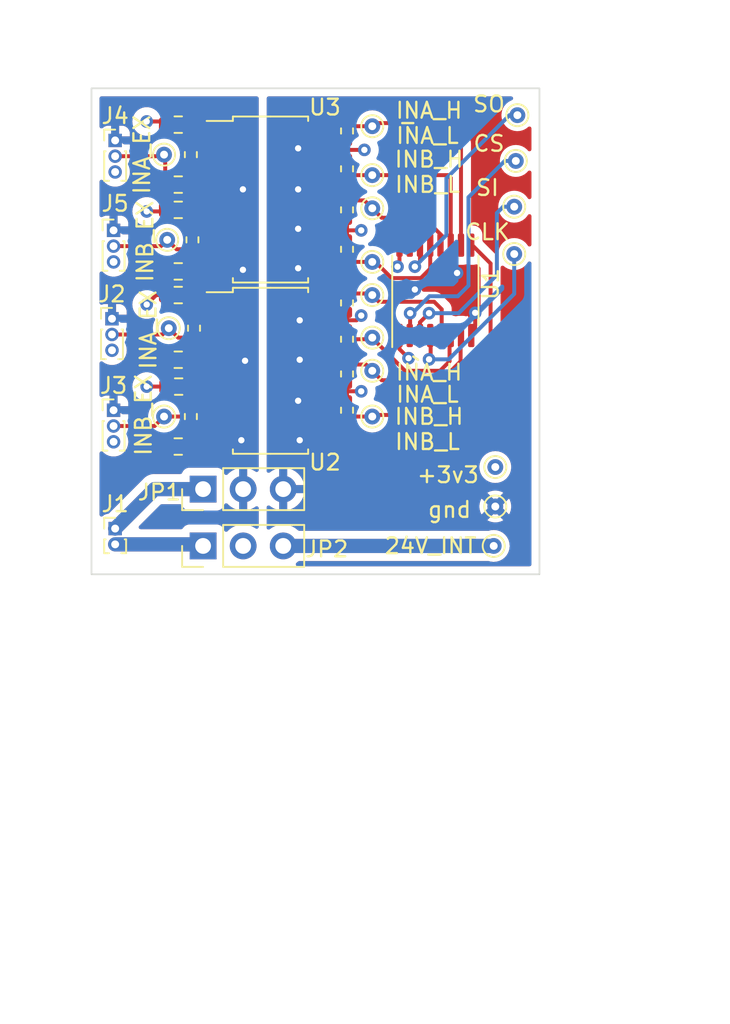
<source format=kicad_pcb>
(kicad_pcb (version 20211014) (generator pcbnew)
  (layers (0 "F.Cu" signal) (1 "In1.Cu" power) (2 "In2.Cu" power) (31 "B.Cu" signal) (34 "B.Paste" user) (35 "F.Paste" user) (36 "B.SilkS" user "B.Silkscreen") (37 "F.SilkS" user "F.Silkscreen") (38 "B.Mask" user) (39 "F.Mask" user) (44 "Edge.Cuts" user))
  (net 0 "")
  (net 1 "GND")
  (net 2 "/isolated_multi_input/input/gnd_ext")
  (net 3 "/isolated_multi_input/input/vdd_ext")
  (net 4 "Net-(R12-Pad2)")
  (net 5 "Net-(R13-Pad2)")
  (net 6 "+3V3")
  (net 7 "/isolated_multi_input/input/INA_HIGH")
  (net 8 "/isolated_multi_input/input/INA_LOW")
  (net 9 "Net-(R17-Pad2)")
  (net 10 "Net-(R18-Pad2)")
  (net 11 "/isolated_multi_input/input/INB_HIGH")
  (net 12 "/isolated_multi_input/input/INB_LOW")
  (net 13 "Net-(R23-Pad2)")
  (net 14 "Net-(R24-Pad2)")
  (net 15 "Net-(R25-Pad2)")
  (net 16 "Net-(R26-Pad2)")
  (net 17 "/isolated_multi_input/input1/INA_HIGH")
  (net 18 "/isolated_multi_input/input1/INA_LOW")
  (net 19 "/isolated_multi_input/input1/INB_HIGH")
  (net 20 "/isolated_multi_input/input1/INB_LOW")
  (net 22 "Net-(JP1-Pad1)")
  (net 23 "Net-(JP2-Pad1)")
  (net 24 "/isolated_multi_input/input/INA")
  (net 25 "/isolated_multi_input/input/INB")
  (net 26 "/isolated_multi_input/input1/INA")
  (net 27 "/isolated_multi_input/input1/INB")
  (net 28 "Net-(JP2-Pad3)")
  (net 29 "Net-(U1-Pad2)")
  (net 30 "Net-(U1-Pad3)")
  (net 31 "Net-(U1-Pad4)")
  (net 32 "Net-(U1-Pad14)")
  (footprint "Connector_PinHeader_1.00mm:PinHeader_1x03_P1.00mm_Vertical" (layer "F.Cu") (at 163.9 70.6)
    (fp_text reference "J4" (at 0 -1.56) (layer "F.SilkS"))
    (fp_text value "Conn_01x03" hide)
    (pad "1" thru_hole rect locked (at 0 0) (size 0.85 0.85) (drill 0.5) (layers *.Cu *.Mask) (net 2 "/isolated_multi_input/input/gnd_ext"))
    (pad "2" thru_hole oval locked (at 0 1) (size 0.85 0.85) (drill 0.5) (layers *.Cu *.Mask) (net 26 "/isolated_multi_input/input1/INA"))
    (pad "3" thru_hole oval locked (at 0 2) (size 0.85 0.85) (drill 0.5) (layers *.Cu *.Mask) (net 3 "/isolated_multi_input/input/vdd_ext"))
  )
  (footprint "Connector_PinHeader_2.54mm:PinHeader_1x03_P2.54mm_Vertical" (layer "F.Cu") (at 169.475 96.3 90)
    (fp_text reference "JP2" (at -0.2 7.84 180) (layer "F.SilkS"))
    (fp_text value "Jumper_3_Open" hide)
    (pad "1" thru_hole rect locked (at 0 0 90) (size 1.7 1.7) (drill 1) (layers *.Cu *.Mask) (net 23 "Net-(JP2-Pad1)"))
    (pad "2" thru_hole oval locked (at 0 2.54 90) (size 1.7 1.7) (drill 1) (layers *.Cu *.Mask) (net 3 "/isolated_multi_input/input/vdd_ext"))
    (pad "3" thru_hole oval locked (at 0 5.08 90) (size 1.7 1.7) (drill 1) (layers *.Cu *.Mask) (net 28 "Net-(JP2-Pad3)"))
  )
  (footprint "Resistor_SMD:R_0603_1608Metric" (layer "F.Cu") (at 167.9 69.6)
    (fp_text reference "R23" hide)
    (fp_text value "800" hide)
    (pad "1" smd roundrect locked (at -0.825 0) (size 0.8 0.95) (layers "F.Cu" "F.Paste" "F.Mask") (net 3 "/isolated_multi_input/input/vdd_ext"))
    (pad "2" smd roundrect locked (at 0.825 0) (size 0.8 0.95) (layers "F.Cu" "F.Paste" "F.Mask") (net 13 "Net-(R23-Pad2)"))
  )
  (footprint "Resistor_SMD:R_0402_1005Metric_Pad0.72x0.64mm_HandSolder" (layer "F.Cu") (at 178.6 75 90)
    (fp_text reference "R29" hide)
    (fp_text value "47k" hide)
    (pad "1" smd roundrect locked (at -0.5975 0 90) (size 0.715 0.64) (layers "F.Cu" "F.Paste" "F.Mask") (net 6 "+3V3"))
    (pad "2" smd roundrect locked (at 0.5975 0 90) (size 0.715 0.64) (layers "F.Cu" "F.Paste" "F.Mask") (net 19 "/isolated_multi_input/input1/INB_HIGH"))
  )
  (footprint "TestPoint:TestPoint_THTPad_D1.0mm_Drill0.5mm" (layer "F.Cu") (at 188 91.3)
    (fp_text reference "TP18" hide)
    (fp_text value "+3v3" (at -3 0.5) (layer "F.SilkS"))
    (pad "1" thru_hole circle locked (at 0 0) (size 1 1) (drill 0.5) (layers *.Cu *.Mask) (net 6 "+3V3"))
  )
  (footprint "Resistor_SMD:R_0402_1005Metric_Pad0.72x0.64mm_HandSolder" (layer "F.Cu") (at 168.7 88.1 -90)
    (fp_text reference "R16" hide)
    (fp_text value "47k" hide)
    (pad "1" smd roundrect locked (at -0.5975 0 270) (size 0.715 0.64) (layers "F.Cu" "F.Paste" "F.Mask") (net 3 "/isolated_multi_input/input/vdd_ext"))
    (pad "2" smd roundrect locked (at 0.5975 0 270) (size 0.715 0.64) (layers "F.Cu" "F.Paste" "F.Mask") (net 25 "/isolated_multi_input/input/INB"))
  )
  (footprint "TestPoint:TestPoint_THTPad_D1.0mm_Drill0.5mm" (layer "F.Cu") (at 180.2 80.4)
    (fp_text reference "TP2" hide)
    (fp_text value "INA_H" (at 3.6 4.9) (layer "F.SilkS"))
    (pad "1" thru_hole circle locked (at 0 0) (size 1 1) (drill 0.5) (layers *.Cu *.Mask) (net 7 "/isolated_multi_input/input/INA_HIGH"))
  )
  (footprint "TestPoint:TestPoint_THTPad_D1.0mm_Drill0.5mm" (layer "F.Cu") (at 180.2 88.1)
    (fp_text reference "TP6" hide)
    (fp_text value "INB_L" (at 3.5 1.6) (layer "F.SilkS"))
    (pad "1" thru_hole circle locked (at 0 0) (size 1 1) (drill 0.5) (layers *.Cu *.Mask) (net 12 "/isolated_multi_input/input/INB_LOW"))
  )
  (footprint "Package_SO:SOIC-16_4.55x10.3mm_P1.27mm" (layer "F.Cu") (at 173.75 74.345)
    (fp_text reference "U3" (at 3.45 -5.845) (layer "F.SilkS"))
    (fp_text value "TLP291-4" hide)
    (pad "1" smd roundrect locked (at -3.25 -4.445) (size 1.6 0.55) (layers "F.Cu" "F.Paste" "F.Mask") (net 13 "Net-(R23-Pad2)"))
    (pad "2" smd roundrect locked (at -3.25 -3.175) (size 1.6 0.55) (layers "F.Cu" "F.Paste" "F.Mask") (net 26 "/isolated_multi_input/input1/INA"))
    (pad "3" smd roundrect locked (at -3.25 -1.905) (size 1.6 0.55) (layers "F.Cu" "F.Paste" "F.Mask") (net 14 "Net-(R24-Pad2)"))
    (pad "4" smd roundrect locked (at -3.25 -0.635) (size 1.6 0.55) (layers "F.Cu" "F.Paste" "F.Mask") (net 2 "/isolated_multi_input/input/gnd_ext"))
    (pad "5" smd roundrect locked (at -3.25 0.635) (size 1.6 0.55) (layers "F.Cu" "F.Paste" "F.Mask") (net 15 "Net-(R25-Pad2)"))
    (pad "6" smd roundrect locked (at -3.25 1.905) (size 1.6 0.55) (layers "F.Cu" "F.Paste" "F.Mask") (net 27 "/isolated_multi_input/input1/INB"))
    (pad "7" smd roundrect locked (at -3.25 3.175) (size 1.6 0.55) (layers "F.Cu" "F.Paste" "F.Mask") (net 16 "Net-(R26-Pad2)"))
    (pad "8" smd roundrect locked (at -3.25 4.445) (size 1.6 0.55) (layers "F.Cu" "F.Paste" "F.Mask") (net 2 "/isolated_multi_input/input/gnd_ext"))
    (pad "9" smd roundrect locked (at 3.25 4.445) (size 1.6 0.55) (layers "F.Cu" "F.Paste" "F.Mask") (net 1 "GND"))
    (pad "10" smd roundrect locked (at 3.25 3.175) (size 1.6 0.55) (layers "F.Cu" "F.Paste" "F.Mask") (net 20 "/isolated_multi_input/input1/INB_LOW"))
    (pad "11" smd roundrect locked (at 3.25 1.905) (size 1.6 0.55) (layers "F.Cu" "F.Paste" "F.Mask") (net 1 "GND"))
    (pad "12" smd roundrect locked (at 3.25 0.635) (size 1.6 0.55) (layers "F.Cu" "F.Paste" "F.Mask") (net 19 "/isolated_multi_input/input1/INB_HIGH"))
    (pad "13" smd roundrect locked (at 3.25 -0.635) (size 1.6 0.55) (layers "F.Cu" "F.Paste" "F.Mask") (net 1 "GND"))
    (pad "14" smd roundrect locked (at 3.25 -1.905) (size 1.6 0.55) (layers "F.Cu" "F.Paste" "F.Mask") (net 18 "/isolated_multi_input/input1/INA_LOW"))
    (pad "15" smd roundrect locked (at 3.25 -3.175) (size 1.6 0.55) (layers "F.Cu" "F.Paste" "F.Mask") (net 1 "GND"))
    (pad "16" smd roundrect locked (at 3.25 -4.445) (size 1.6 0.55) (layers "F.Cu" "F.Paste" "F.Mask") (net 17 "/isolated_multi_input/input1/INA_HIGH"))
  )
  (footprint "TestPoint:TestPoint_THTPad_D1.0mm_Drill0.5mm" (layer "F.Cu") (at 187.9 96.3)
    (fp_text reference "TP13" hide)
    (fp_text value "24V_INT" (at -4 0) (layer "F.SilkS"))
    (pad "1" thru_hole circle locked (at 0 0) (size 1 1) (drill 0.5) (layers *.Cu *.Mask) (net 28 "Net-(JP2-Pad3)"))
  )
  (footprint "TestPoint:TestPoint_THTPad_D1.0mm_Drill0.5mm" (layer "F.Cu") (at 189.2 77.8)
    (fp_text reference "TP16" hide)
    (fp_text value "CLK" (at -1.7 -1.4) (layer "F.SilkS"))
    (pad "1" thru_hole circle locked (at 0 0) (size 1 1) (drill 0.5) (layers *.Cu *.Mask) (net 31 "Net-(U1-Pad4)"))
  )
  (footprint "TestPoint:TestPoint_THTPad_D1.0mm_Drill0.5mm" (layer "F.Cu") (at 180.2 74.9)
    (fp_text reference "TP11" hide)
    (fp_text value "INB_H" (at 3.6 -3.1) (layer "F.SilkS"))
    (pad "1" thru_hole circle locked (at 0 0) (size 1 1) (drill 0.5) (layers *.Cu *.Mask) (net 19 "/isolated_multi_input/input1/INB_HIGH"))
  )
  (footprint "Resistor_SMD:R_0603_1608Metric" (layer "F.Cu") (at 167.9 80.4)
    (fp_text reference "R12" hide)
    (fp_text value "800" hide)
    (pad "1" smd roundrect locked (at -0.825 0) (size 0.8 0.95) (layers "F.Cu" "F.Paste" "F.Mask") (net 3 "/isolated_multi_input/input/vdd_ext"))
    (pad "2" smd roundrect locked (at 0.825 0) (size 0.8 0.95) (layers "F.Cu" "F.Paste" "F.Mask") (net 4 "Net-(R12-Pad2)"))
  )
  (footprint "Connector_PinHeader_1.00mm:PinHeader_1x02_P1.00mm_Vertical" (layer "F.Cu") (at 163.9 95.2)
    (fp_text reference "J1" (at 0 -1.56) (layer "F.SilkS"))
    (fp_text value "Conn_01x02" hide)
    (pad "1" thru_hole rect locked (at 0 0) (size 0.85 0.85) (drill 0.5) (layers *.Cu *.Mask) (net 22 "Net-(JP1-Pad1)"))
    (pad "2" thru_hole oval locked (at 0 1) (size 0.85 0.85) (drill 0.5) (layers *.Cu *.Mask) (net 23 "Net-(JP2-Pad1)"))
  )
  (footprint "Resistor_SMD:R_0402_1005Metric_Pad0.72x0.64mm_HandSolder" (layer "F.Cu") (at 178.6 72.4 -90)
    (fp_text reference "R28" hide)
    (fp_text value "47k" hide)
    (pad "1" smd roundrect locked (at -0.5975 0 270) (size 0.715 0.64) (layers "F.Cu" "F.Paste" "F.Mask") (net 6 "+3V3"))
    (pad "2" smd roundrect locked (at 0.5975 0 270) (size 0.715 0.64) (layers "F.Cu" "F.Paste" "F.Mask") (net 18 "/isolated_multi_input/input1/INA_LOW"))
  )
  (footprint "Resistor_SMD:R_0402_1005Metric_Pad0.72x0.64mm_HandSolder" (layer "F.Cu") (at 178.6 80.9 90)
    (fp_text reference "R14" hide)
    (fp_text value "47k" hide)
    (pad "1" smd roundrect locked (at -0.5975 0 90) (size 0.715 0.64) (layers "F.Cu" "F.Paste" "F.Mask") (net 6 "+3V3"))
    (pad "2" smd roundrect locked (at 0.5975 0 90) (size 0.715 0.64) (layers "F.Cu" "F.Paste" "F.Mask") (net 7 "/isolated_multi_input/input/INA_HIGH"))
  )
  (footprint "Resistor_SMD:R_0402_1005Metric_Pad0.72x0.64mm_HandSolder" (layer "F.Cu") (at 168.7 71.5 -90)
    (fp_text reference "R21" hide)
    (fp_text value "47k" hide)
    (pad "1" smd roundrect locked (at -0.5975 0 270) (size 0.715 0.64) (layers "F.Cu" "F.Paste" "F.Mask") (net 3 "/isolated_multi_input/input/vdd_ext"))
    (pad "2" smd roundrect locked (at 0.5975 0 270) (size 0.715 0.64) (layers "F.Cu" "F.Paste" "F.Mask") (net 26 "/isolated_multi_input/input1/INA"))
  )
  (footprint "Resistor_SMD:R_0402_1005Metric_Pad0.72x0.64mm_HandSolder" (layer "F.Cu") (at 178.6 77.5 -90)
    (fp_text reference "R30" hide)
    (fp_text value "47k" hide)
    (pad "1" smd roundrect locked (at -0.5975 0 270) (size 0.715 0.64) (layers "F.Cu" "F.Paste" "F.Mask") (net 6 "+3V3"))
    (pad "2" smd roundrect locked (at 0.5975 0 270) (size 0.715 0.64) (layers "F.Cu" "F.Paste" "F.Mask") (net 20 "/isolated_multi_input/input1/INB_LOW"))
  )
  (footprint "Resistor_SMD:R_0402_1005Metric_Pad0.72x0.64mm_HandSolder" (layer "F.Cu") (at 178.6 70 90)
    (fp_text reference "R27" hide)
    (fp_text value "47k" hide)
    (pad "1" smd roundrect locked (at -0.5975 0 90) (size 0.715 0.64) (layers "F.Cu" "F.Paste" "F.Mask") (net 6 "+3V3"))
    (pad "2" smd roundrect locked (at 0.5975 0 90) (size 0.715 0.64) (layers "F.Cu" "F.Paste" "F.Mask") (net 17 "/isolated_multi_input/input1/INA_HIGH"))
  )
  (footprint "TestPoint:TestPoint_THTPad_D1.0mm_Drill0.5mm" (layer "F.Cu") (at 180.2 72.8)
    (fp_text reference "TP10" hide)
    (fp_text value "INA_L" (at 3.5 -2.5) (layer "F.SilkS"))
    (pad "1" thru_hole circle locked (at 0 0) (size 1 1) (drill 0.5) (layers *.Cu *.Mask) (net 18 "/isolated_multi_input/input1/INA_LOW"))
  )
  (footprint "TestPoint:TestPoint_THTPad_D1.0mm_Drill0.5mm" (layer "F.Cu") (at 188 93.8)
    (fp_text reference "TP19" hide)
    (fp_text value "gnd" (at -2.9 0.2) (layer "F.SilkS"))
    (pad "1" thru_hole circle locked (at 0 0) (size 1 1) (drill 0.5) (layers *.Cu *.Mask) (net 1 "GND"))
  )
  (footprint "Package_SO:TSSOP-16_4.4x5mm_P0.65mm" (layer "F.Cu") (at 184.2 80.1 90)
    (fp_text reference "U1" (at 0.4 3.5 90) (layer "F.SilkS"))
    (fp_text value "74VHC9164FT" hide)
    (pad "1" smd roundrect locked (at -2.8625 -2.275 90) (size 1.475 0.4) (layers "F.Cu" "F.Paste" "F.Mask") (net 6 "+3V3"))
    (pad "2" smd roundrect locked (at -2.8625 -1.625 90) (size 1.475 0.4) (layers "F.Cu" "F.Paste" "F.Mask") (net 29 "Net-(U1-Pad2)"))
    (pad "3" smd roundrect locked (at -2.8625 -0.975 90) (size 1.475 0.4) (layers "F.Cu" "F.Paste" "F.Mask") (net 30 "Net-(U1-Pad3)"))
    (pad "4" smd roundrect locked (at -2.8625 -0.325 90) (size 1.475 0.4) (layers "F.Cu" "F.Paste" "F.Mask") (net 31 "Net-(U1-Pad4)"))
    (pad "5" smd roundrect locked (at -2.8625 0.325 90) (size 1.475 0.4) (layers "F.Cu" "F.Paste" "F.Mask") (net 7 "/isolated_multi_input/input/INA_HIGH"))
    (pad "6" smd roundrect locked (at -2.8625 0.975 90) (size 1.475 0.4) (layers "F.Cu" "F.Paste" "F.Mask") (net 8 "/isolated_multi_input/input/INA_LOW"))
    (pad "7" smd roundrect locked (at -2.8625 1.625 90) (size 1.475 0.4) (layers "F.Cu" "F.Paste" "F.Mask") (net 11 "/isolated_multi_input/input/INB_HIGH"))
    (pad "8" smd roundrect locked (at -2.8625 2.275 90) (size 1.475 0.4) (layers "F.Cu" "F.Paste" "F.Mask") (net 1 "GND"))
    (pad "9" smd roundrect locked (at 2.8625 2.275 90) (size 1.475 0.4) (layers "F.Cu" "F.Paste" "F.Mask") (net 12 "/isolated_multi_input/input/INB_LOW"))
    (pad "10" smd roundrect locked (at 2.8625 1.625 90) (size 1.475 0.4) (layers "F.Cu" "F.Paste" "F.Mask") (net 17 "/isolated_multi_input/input1/INA_HIGH"))
    (pad "11" smd roundrect locked (at 2.8625 0.975 90) (size 1.475 0.4) (layers "F.Cu" "F.Paste" "F.Mask") (net 18 "/isolated_multi_input/input1/INA_LOW"))
    (pad "12" smd roundrect locked (at 2.8625 0.325 90) (size 1.475 0.4) (layers "F.Cu" "F.Paste" "F.Mask") (net 19 "/isolated_multi_input/input1/INB_HIGH"))
    (pad "13" smd roundrect locked (at 2.8625 -0.325 90) (size 1.475 0.4) (layers "F.Cu" "F.Paste" "F.Mask") (net 20 "/isolated_multi_input/input1/INB_LOW"))
    (pad "14" smd roundrect locked (at 2.8625 -0.975 90) (size 1.475 0.4) (layers "F.Cu" "F.Paste" "F.Mask") (net 32 "Net-(U1-Pad14)"))
    (pad "15" smd roundrect locked (at 2.8625 -1.625 90) (size 1.475 0.4) (layers "F.Cu" "F.Paste" "F.Mask"))
    (pad "16" smd roundrect locked (at 2.8625 -2.275 90) (size 1.475 0.4) (layers "F.Cu" "F.Paste" "F.Mask") (net 6 "+3V3"))
  )
  (footprint "Resistor_SMD:R_0603_1608Metric" (layer "F.Cu") (at 167.9 90)
    (fp_text reference "R18" hide)
    (fp_text value "800" hide)
    (pad "1" smd roundrect locked (at -0.825 0) (size 0.8 0.95) (layers "F.Cu" "F.Paste" "F.Mask") (net 25 "/isolated_multi_input/input/INB"))
    (pad "2" smd roundrect locked (at 0.825 0) (size 0.8 0.95) (layers "F.Cu" "F.Paste" "F.Mask") (net 10 "Net-(R18-Pad2)"))
  )
  (footprint "TestPoint:TestPoint_THTPad_D1.0mm_Drill0.5mm" (layer "F.Cu") (at 180.2 85.2)
    (fp_text reference "TP5" hide)
    (fp_text value "INB_H" (at 3.6 2.9) (layer "F.SilkS"))
    (pad "1" thru_hole circle locked (at 0 0) (size 1 1) (drill 0.5) (layers *.Cu *.Mask) (net 11 "/isolated_multi_input/input/INB_HIGH"))
  )
  (footprint "Connector_PinHeader_1.00mm:PinHeader_1x03_P1.00mm_Vertical" (layer "F.Cu") (at 163.7 81.9)
    (fp_text reference "J2" (at 0 -1.56) (layer "F.SilkS"))
    (fp_text value "Conn_01x03" hide)
    (pad "1" thru_hole rect locked (at 0 0) (size 0.85 0.85) (drill 0.5) (layers *.Cu *.Mask) (net 2 "/isolated_multi_input/input/gnd_ext"))
    (pad "2" thru_hole oval locked (at 0 1) (size 0.85 0.85) (drill 0.5) (layers *.Cu *.Mask) (net 24 "/isolated_multi_input/input/INA"))
    (pad "3" thru_hole oval locked (at 0 2) (size 0.85 0.85) (drill 0.5) (layers *.Cu *.Mask) (net 3 "/isolated_multi_input/input/vdd_ext"))
  )
  (footprint "Package_SO:SOIC-16_4.55x10.3mm_P1.27mm" (layer "F.Cu") (at 173.75 85.2)
    (fp_text reference "U2" (at 3.45 5.8) (layer "F.SilkS"))
    (fp_text value "TLP291-4" hide)
    (pad "1" smd roundrect locked (at -3.25 -4.445) (size 1.6 0.55) (layers "F.Cu" "F.Paste" "F.Mask") (net 4 "Net-(R12-Pad2)"))
    (pad "2" smd roundrect locked (at -3.25 -3.175) (size 1.6 0.55) (layers "F.Cu" "F.Paste" "F.Mask") (net 24 "/isolated_multi_input/input/INA"))
    (pad "3" smd roundrect locked (at -3.25 -1.905) (size 1.6 0.55) (layers "F.Cu" "F.Paste" "F.Mask") (net 5 "Net-(R13-Pad2)"))
    (pad "4" smd roundrect locked (at -3.25 -0.635) (size 1.6 0.55) (layers "F.Cu" "F.Paste" "F.Mask") (net 2 "/isolated_multi_input/input/gnd_ext"))
    (pad "5" smd roundrect locked (at -3.25 0.635) (size 1.6 0.55) (layers "F.Cu" "F.Paste" "F.Mask") (net 9 "Net-(R17-Pad2)"))
    (pad "6" smd roundrect locked (at -3.25 1.905) (size 1.6 0.55) (layers "F.Cu" "F.Paste" "F.Mask") (net 25 "/isolated_multi_input/input/INB"))
    (pad "7" smd roundrect locked (at -3.25 3.175) (size 1.6 0.55) (layers "F.Cu" "F.Paste" "F.Mask") (net 10 "Net-(R18-Pad2)"))
    (pad "8" smd roundrect locked (at -3.25 4.445) (size 1.6 0.55) (layers "F.Cu" "F.Paste" "F.Mask") (net 2 "/isolated_multi_input/input/gnd_ext"))
    (pad "9" smd roundrect locked (at 3.25 4.445) (size 1.6 0.55) (layers "F.Cu" "F.Paste" "F.Mask") (net 1 "GND"))
    (pad "10" smd roundrect locked (at 3.25 3.175) (size 1.6 0.55) (layers "F.Cu" "F.Paste" "F.Mask") (net 12 "/isolated_multi_input/input/INB_LOW"))
    (pad "11" smd roundrect locked (at 3.25 1.905) (size 1.6 0.55) (layers "F.Cu" "F.Paste" "F.Mask") (net 1 "GND"))
    (pad "12" smd roundrect locked (at 3.25 0.635) (size 1.6 0.55) (layers "F.Cu" "F.Paste" "F.Mask") (net 11 "/isolated_multi_input/input/INB_HIGH"))
    (pad "13" smd roundrect locked (at 3.25 -0.635) (size 1.6 0.55) (layers "F.Cu" "F.Paste" "F.Mask") (net 1 "GND"))
    (pad "14" smd roundrect locked (at 3.25 -1.905) (size 1.6 0.55) (layers "F.Cu" "F.Paste" "F.Mask") (net 8 "/isolated_multi_input/input/INA_LOW"))
    (pad "15" smd roundrect locked (at 3.25 -3.175) (size 1.6 0.55) (layers "F.Cu" "F.Paste" "F.Mask") (net 1 "GND"))
    (pad "16" smd roundrect locked (at 3.25 -4.445) (size 1.6 0.55) (layers "F.Cu" "F.Paste" "F.Mask") (net 7 "/isolated_multi_input/input/INA_HIGH"))
  )
  (footprint "Resistor_SMD:R_0603_1608Metric" (layer "F.Cu") (at 167.925 86.2)
    (fp_text reference "R17" hide)
    (fp_text value "800" hide)
    (pad "1" smd roundrect locked (at -0.825 0) (size 0.8 0.95) (layers "F.Cu" "F.Paste" "F.Mask") (net 3 "/isolated_multi_input/input/vdd_ext"))
    (pad "2" smd roundrect locked (at 0.825 0) (size 0.8 0.95) (layers "F.Cu" "F.Paste" "F.Mask") (net 9 "Net-(R17-Pad2)"))
  )
  (footprint "Connector_PinHeader_1.00mm:PinHeader_1x03_P1.00mm_Vertical" (layer "F.Cu") (at 163.8 76.3)
    (fp_text reference "J5" (at 0.1 -1.7) (layer "F.SilkS"))
    (fp_text value "Conn_01x03" hide)
    (pad "1" thru_hole rect locked (at 0 0) (size 0.85 0.85) (drill 0.5) (layers *.Cu *.Mask) (net 2 "/isolated_multi_input/input/gnd_ext"))
    (pad "2" thru_hole oval locked (at 0 1) (size 0.85 0.85) (drill 0.5) (layers *.Cu *.Mask) (net 27 "/isolated_multi_input/input1/INB"))
    (pad "3" thru_hole oval locked (at 0 2) (size 0.85 0.85) (drill 0.5) (layers *.Cu *.Mask) (net 3 "/isolated_multi_input/input/vdd_ext"))
  )
  (footprint "Resistor_SMD:R_0603_1608Metric" (layer "F.Cu") (at 167.9 84.5)
    (fp_text reference "R13" hide)
    (fp_text value "800" hide)
    (pad "1" smd roundrect locked (at -0.825 0) (size 0.8 0.95) (layers "F.Cu" "F.Paste" "F.Mask") (net 24 "/isolated_multi_input/input/INA"))
    (pad "2" smd roundrect locked (at 0.825 0) (size 0.8 0.95) (layers "F.Cu" "F.Paste" "F.Mask") (net 5 "Net-(R13-Pad2)"))
  )
  (footprint "TestPoint:TestPoint_THTPad_D1.0mm_Drill0.5mm" (layer "F.Cu") (at 167.3 82.5)
    (fp_text reference "TP1" hide)
    (fp_text value "INA_EX" (at -1.3 0.1 90) (layer "F.SilkS"))
    (pad "1" thru_hole circle locked (at 0 0) (size 1 1) (drill 0.5) (layers *.Cu *.Mask) (net 24 "/isolated_multi_input/input/INA"))
  )
  (footprint "TestPoint:TestPoint_THTPad_D1.0mm_Drill0.5mm" (layer "F.Cu") (at 189.3 71.9)
    (fp_text reference "TP14" hide)
    (fp_text value "CS" (at -1.7 -1.1) (layer "F.SilkS"))
    (pad "1" thru_hole circle locked (at 0 0) (size 1 1) (drill 0.5) (layers *.Cu *.Mask) (net 29 "Net-(U1-Pad2)"))
  )
  (footprint "Resistor_SMD:R_0603_1608Metric" (layer "F.Cu") (at 167.9 73.4)
    (fp_text reference "R24" hide)
    (fp_text value "800" hide)
    (pad "1" smd roundrect locked (at -0.825 0) (size 0.8 0.95) (layers "F.Cu" "F.Paste" "F.Mask") (net 26 "/isolated_multi_input/input1/INA"))
    (pad "2" smd roundrect locked (at 0.825 0) (size 0.8 0.95) (layers "F.Cu" "F.Paste" "F.Mask") (net 14 "Net-(R24-Pad2)"))
  )
  (footprint "Resistor_SMD:R_0603_1608Metric" (layer "F.Cu") (at 167.9 78.9)
    (fp_text reference "R26" hide)
    (fp_text value "800" hide)
    (pad "1" smd roundrect locked (at -0.825 0) (size 0.8 0.95) (layers "F.Cu" "F.Paste" "F.Mask") (net 27 "/isolated_multi_input/input1/INB"))
    (pad "2" smd roundrect locked (at 0.825 0) (size 0.8 0.95) (layers "F.Cu" "F.Paste" "F.Mask") (net 16 "Net-(R26-Pad2)"))
  )
  (footprint "TestPoint:TestPoint_THTPad_D1.0mm_Drill0.5mm" (layer "F.Cu") (at 180.2 69.7)
    (fp_text reference "TP9" hide)
    (fp_text value "INA_H" (at 3.6 -1) (layer "F.SilkS"))
    (pad "1" thru_hole circle locked (at 0 0) (size 1 1) (drill 0.5) (layers *.Cu *.Mask) (net 17 "/isolated_multi_input/input1/INA_HIGH"))
  )
  (footprint "Resistor_SMD:R_0402_1005Metric_Pad0.72x0.64mm_HandSolder" (layer "F.Cu") (at 178.6 83.2 -90)
    (fp_text reference "R15" hide)
    (fp_text value "47k" hide)
    (pad "1" smd roundrect locked (at -0.5975 0 270) (size 0.715 0.64) (layers "F.Cu" "F.Paste" "F.Mask") (net 6 "+3V3"))
    (pad "2" smd roundrect locked (at 0.5975 0 270) (size 0.715 0.64) (layers "F.Cu" "F.Paste" "F.Mask") (net 8 "/isolated_multi_input/input/INA_LOW"))
  )
  (footprint "Resistor_SMD:R_0402_1005Metric_Pad0.72x0.64mm_HandSolder" (layer "F.Cu") (at 168.9 82.5 -90)
    (fp_text reference "R11" hide)
    (fp_text value "47k" hide)
    (pad "1" smd roundrect locked (at -0.5975 0 270) (size 0.715 0.64) (layers "F.Cu" "F.Paste" "F.Mask") (net 3 "/isolated_multi_input/input/vdd_ext"))
    (pad "2" smd roundrect locked (at 0.5975 0 270) (size 0.715 0.64) (layers "F.Cu" "F.Paste" "F.Mask") (net 24 "/isolated_multi_input/input/INA"))
  )
  (footprint "Resistor_SMD:R_0402_1005Metric_Pad0.72x0.64mm_HandSolder" (layer "F.Cu") (at 168.8 76.9 -90)
    (fp_text reference "R22" hide)
    (fp_text value "47k" hide)
    (pad "1" smd roundrect locked (at -0.5975 0 270) (size 0.715 0.64) (layers "F.Cu" "F.Paste" "F.Mask") (net 3 "/isolated_multi_input/input/vdd_ext"))
    (pad "2" smd roundrect locked (at 0.5975 0 270) (size 0.715 0.64) (layers "F.Cu" "F.Paste" "F.Mask") (net 27 "/isolated_multi_input/input1/INB"))
  )
  (footprint "Resistor_SMD:R_0402_1005Metric_Pad0.72x0.64mm_HandSolder" (layer "F.Cu") (at 178.6 85.4 90)
    (fp_text reference "R19" hide)
    (fp_text value "47k" hide)
    (pad "1" smd roundrect locked (at -0.5975 0 90) (size 0.715 0.64) (layers "F.Cu" "F.Paste" "F.Mask") (net 6 "+3V3"))
    (pad "2" smd roundrect locked (at 0.5975 0 90) (size 0.715 0.64) (layers "F.Cu" "F.Paste" "F.Mask") (net 11 "/isolated_multi_input/input/INB_HIGH"))
  )
  (footprint "TestPoint:TestPoint_THTPad_D1.0mm_Drill0.5mm" (layer "F.Cu") (at 189.2 74.8)
    (fp_text reference "TP15" hide)
    (fp_text value "SI" (at -1.7 -1.2) (layer "F.SilkS"))
    (pad "1" thru_hole circle locked (at 0 0) (size 1 1) (drill 0.5) (layers *.Cu *.Mask) (net 30 "Net-(U1-Pad3)"))
  )
  (footprint "Resistor_SMD:R_0603_1608Metric" (layer "F.Cu") (at 167.9 75)
    (fp_text reference "R25" hide)
    (fp_text value "800" hide)
    (pad "1" smd roundrect locked (at -0.825 0) (size 0.8 0.95) (layers "F.Cu" "F.Paste" "F.Mask") (net 3 "/isolated_multi_input/input/vdd_ext"))
    (pad "2" smd roundrect locked (at 0.825 0) (size 0.8 0.95) (layers "F.Cu" "F.Paste" "F.Mask") (net 15 "Net-(R25-Pad2)"))
  )
  (footprint "TestPoint:TestPoint_THTPad_D1.0mm_Drill0.5mm" (layer "F.Cu") (at 167 71.5)
    (fp_text reference "TP7" hide)
    (fp_text value "INA_EX" (at -1.4 0 90) (layer "F.SilkS"))
    (pad "1" thru_hole circle locked (at 0 0) (size 1 1) (drill 0.5) (layers *.Cu *.Mask) (net 26 "/isolated_multi_input/input1/INA"))
  )
  (footprint "Connector_PinHeader_1.00mm:PinHeader_1x03_P1.00mm_Vertical" (layer "F.Cu") (at 163.8 87.7)
    (fp_text reference "J3" (at 0 -1.56) (layer "F.SilkS"))
    (fp_text value "Conn_01x03" hide)
    (pad "1" thru_hole rect locked (at 0 0) (size 0.85 0.85) (drill 0.5) (layers *.Cu *.Mask) (net 2 "/isolated_multi_input/input/gnd_ext"))
    (pad "2" thru_hole oval locked (at 0 1) (size 0.85 0.85) (drill 0.5) (layers *.Cu *.Mask) (net 25 "/isolated_multi_input/input/INB"))
    (pad "3" thru_hole oval locked (at 0 2) (size 0.85 0.85) (drill 0.5) (layers *.Cu *.Mask) (net 3 "/isolated_multi_input/input/vdd_ext"))
  )
  (footprint "TestPoint:TestPoint_THTPad_D1.0mm_Drill0.5mm" (layer "F.Cu") (at 167 88.1)
    (fp_text reference "TP4" hide)
    (fp_text value "INB_EX" (at -1.3 -0.1 90) (layer "F.SilkS"))
    (pad "1" thru_hole circle locked (at 0 0) (size 1 1) (drill 0.5) (layers *.Cu *.Mask) (net 25 "/isolated_multi_input/input/INB"))
  )
  (footprint "Connector_PinHeader_2.54mm:PinHeader_1x03_P2.54mm_Vertical" (layer "F.Cu") (at 169.475 92.7 90)
    (fp_text reference "JP1" (at -0.2 -2.775) (layer "F.SilkS"))
    (fp_text value "Jumper_3_Open" hide)
    (pad "1" thru_hole rect locked (at 0 0 90) (size 1.7 1.7) (drill 1) (layers *.Cu *.Mask) (net 22 "Net-(JP1-Pad1)"))
    (pad "2" thru_hole oval locked (at 0 2.54 90) (size 1.7 1.7) (drill 1) (layers *.Cu *.Mask) (net 2 "/isolated_multi_input/input/gnd_ext"))
    (pad "3" thru_hole oval locked (at 0 5.08 90) (size 1.7 1.7) (drill 1) (layers *.Cu *.Mask) (net 1 "GND"))
  )
  (footprint "TestPoint:TestPoint_THTPad_D1.0mm_Drill0.5mm" (layer "F.Cu") (at 180.2 83.1)
    (fp_text reference "TP3" hide)
    (fp_text value "INA_L" (at 3.5 3.6) (layer "F.SilkS"))
    (pad "1" thru_hole circle locked (at 0 0) (size 1 1) (drill 0.5) (layers *.Cu *.Mask) (net 8 "/isolated_multi_input/input/INA_LOW"))
  )
  (footprint "TestPoint:TestPoint_THTPad_D1.0mm_Drill0.5mm" (layer "F.Cu") (at 180.2 78.3)
    (fp_text reference "TP12" hide)
    (fp_text value "INB_L" (at 3.5 -4.9) (layer "F.SilkS"))
    (pad "1" thru_hole circle locked (at 0 0) (size 1 1) (drill 0.5) (layers *.Cu *.Mask) (net 20 "/isolated_multi_input/input1/INB_LOW"))
  )
  (footprint "TestPoint:TestPoint_THTPad_D1.0mm_Drill0.5mm" (layer "F.Cu") (at 189.4 69)
    (fp_text reference "TP17" hide)
    (fp_text value "SO" (at -1.8 -0.7) (layer "F.SilkS"))
    (pad "1" thru_hole circle locked (at 0 0) (size 1 1) (drill 0.5) (layers *.Cu *.Mask) (net 32 "Net-(U1-Pad14)"))
  )
  (footprint "Resistor_SMD:R_0402_1005Metric_Pad0.72x0.64mm_HandSolder" (layer "F.Cu") (at 178.6 87.7 -90)
    (fp_text reference "R20" hide)
    (fp_text value "47k" hide)
    (pad "1" smd roundrect locked (at -0.5975 0 270) (size 0.715 0.64) (layers "F.Cu" "F.Paste" "F.Mask") (net 6 "+3V3"))
    (pad "2" smd roundrect locked (at 0.5975 0 270) (size 0.715 0.64) (layers "F.Cu" "F.Paste" "F.Mask") (net 12 "/isolated_multi_input/input/INB_LOW"))
  )
  (footprint "TestPoint:TestPoint_THTPad_D1.0mm_Drill0.5mm" (layer "F.Cu") (at 167.2 76.9)
    (fp_text reference "TP8" hide)
    (fp_text value "INB_EX" (at -1.4 0.1 90) (layer "F.SilkS"))
    (pad "1" thru_hole circle locked (at 0 0) (size 1 1) (drill 0.5) (layers *.Cu *.Mask) (net 27 "/isolated_multi_input/input1/INB"))
  )
  (gr_line (start 182.8 84.3) (end 183.1 84.5) (layer "F.SilkS") (width 0.15))
  (gr_line (start 182.1 69.5) (end 182.8 69.5) (layer "F.SilkS") (width 0.15))
  (gr_rect (start 162.4 67.3) (end 190.8 98.1) (layer "Edge.Cuts") (width 0.1) (fill none))
  (segment (start 175.57 71.17) (end 177 71.17) (width 0.25) (layer "F.Cu") (net 1))
  (segment (start 186.724607 82.712893) (end 186.475 82.9625) (width 0.25) (layer "F.Cu") (net 1))
  (segment (start 175.505 87.105) (end 175.5 87.1) (width 0.25) (layer "F.Cu") (net 1))
  (segment (start 175.625 82.025) (end 175.6 82) (width 0.25) (layer "F.Cu") (net 1))
  (segment (start 177 84.565) (end 175.665 84.565) (width 0.25) (layer "F.Cu") (net 1))
  (segment (start 175.5 76.2) (end 175.55 76.25) (width 0.25) (layer "F.Cu") (net 1))
  (segment (start 186.724607 81.524607) (end 186.724607 82.712893) (width 0.25) (layer "F.Cu") (net 1))
  (segment (start 175.645 89.645) (end 175.6 89.6) (width 0.25) (layer "F.Cu") (net 1))
  (segment (start 177 89.645) (end 175.645 89.645) (width 0.25) (layer "F.Cu") (net 1))
  (segment (start 175.55 76.25) (end 177 76.25) (width 0.25) (layer "F.Cu") (net 1))
  (segment (start 177 87.105) (end 175.505 87.105) (width 0.25) (layer "F.Cu") (net 1))
  (segment (start 175.5 71.1) (end 175.57 71.17) (width 0.25) (layer "F.Cu") (net 1))
  (segment (start 175.665 84.565) (end 175.6 84.5) (width 0.25) (layer "F.Cu") (net 1))
  (segment (start 177 82.025) (end 175.625 82.025) (width 0.25) (layer "F.Cu") (net 1))
  (segment (start 177 73.71) (end 175.51 73.71) (width 0.25) (layer "F.Cu") (net 1))
  (segment (start 175.51 73.71) (end 175.5 73.7) (width 0.25) (layer "F.Cu") (net 1))
  (segment (start 175.59 78.79) (end 175.5 78.7) (width 0.25) (layer "F.Cu") (net 1))
  (segment (start 177 78.79) (end 175.59 78.79) (width 0.25) (layer "F.Cu") (net 1))
  (via (at 175.5 87.1) (size 0.8) (drill 0.4) (layers "F.Cu" "B.Cu") (net 1))
  (via (at 175.6 89.6) (size 0.8) (drill 0.4) (layers "F.Cu" "B.Cu") (net 1))
  (via (at 186.724607 81.524607) (size 0.8) (drill 0.4) (layers "F.Cu" "B.Cu") (net 1))
  (via (at 175.5 78.7) (size 0.8) (drill 0.4) (layers "F.Cu" "B.Cu") (net 1))
  (via (at 182.9 80.049011) (size 0.8) (drill 0.4) (layers "F.Cu" "B.Cu") (net 1))
  (via (at 175.5 73.7) (size 0.8) (drill 0.4) (layers "F.Cu" "B.Cu") (net 1))
  (via (at 175.6 82) (size 0.8) (drill 0.4) (layers "F.Cu" "B.Cu") (net 1))
  (via (at 175.6 84.5) (size 0.8) (drill 0.4) (layers "F.Cu" "B.Cu") (net 1))
  (via (at 175.5 71.1) (size 0.8) (drill 0.4) (layers "F.Cu" "B.Cu") (net 1))
  (via (at 175.5 76.2) (size 0.8) (drill 0.4) (layers "F.Cu" "B.Cu") (net 1))
  (via (at 185.5755 79) (size 0.8) (drill 0.4) (layers "F.Cu" "B.Cu") (net 1))
  (segment (start 172 78.8) (end 171.9 78.8) (width 0.25) (layer "F.Cu") (net 2))
  (segment (start 172 73.7) (end 170.51 73.7) (width 0.25) (layer "F.Cu") (net 2))
  (segment (start 172.135 84.565) (end 172.165 84.565) (width 0.25) (layer "F.Cu") (net 2))
  (segment (start 171.855 89.645) (end 171.9 89.6) (width 0.25) (layer "F.Cu") (net 2))
  (segment (start 170.5 89.645) (end 171.855 89.645) (width 0.25) (layer "F.Cu") (net 2))
  (segment (start 170.5 84.565) (end 172.135 84.565) (width 0.25) (layer "F.Cu") (net 2))
  (segment (start 170.51 73.7) (end 170.5 73.71) (width 0.25) (layer "F.Cu") (net 2))
  (segment (start 171.89 78.79) (end 170.5 78.79) (width 0.25) (layer "F.Cu") (net 2))
  (segment (start 171.9 78.8) (end 171.89 78.79) (width 0.25) (layer "F.Cu") (net 2))
  (via (at 172 73.7) (size 0.8) (drill 0.4) (layers "F.Cu" "B.Cu") (net 2))
  (via (at 171.9 89.6) (size 0.8) (drill 0.4) (layers "F.Cu" "B.Cu") (net 2))
  (via (at 172 78.8) (size 0.8) (drill 0.4) (layers "F.Cu" "B.Cu") (net 2))
  (via (at 172.135 84.565) (size 0.8) (drill 0.4) (layers "F.Cu" "B.Cu") (net 2))
  (segment (start 165.9 86.2) (end 167.1 86.2) (width 0.25) (layer "F.Cu") (net 3))
  (segment (start 167.1 86.2) (end 168.4025 87.5025) (width 0.25) (layer "F.Cu") (net 3))
  (segment (start 167.075 80.4) (end 168.5775 81.9025) (width 0.25) (layer "F.Cu") (net 3))
  (segment (start 167.4975 75) (end 168.8 76.3025) (width 0.25) (layer "F.Cu") (net 3))
  (segment (start 168.4025 87.5025) (end 168.7 87.5025) (width 0.25) (layer "F.Cu") (net 3))
  (segment (start 166.5 80.4) (end 165.9 81) (width 0.25) (layer "F.Cu") (net 3))
  (segment (start 165.9 75.1) (end 167.5975 75.1) (width 0.25) (layer "F.Cu") (net 3))
  (segment (start 168.3775 70.9025) (end 167.075 69.6) (width 0.25) (layer "F.Cu") (net 3))
  (segment (start 168.5775 81.9025) (end 168.9 81.9025) (width 0.25) (layer "F.Cu") (net 3))
  (segment (start 167.075 80.4) (end 166.5 80.4) (width 0.25) (layer "F.Cu") (net 3))
  (segment (start 167.4975 75) (end 167.075 75) (width 0.25) (layer "F.Cu") (net 3))
  (segment (start 167.1975 69.4) (end 165.9 69.4) (width 0.25) (layer "F.Cu") (net 3))
  (segment (start 168.7 70.9025) (end 168.3775 70.9025) (width 0.25) (layer "F.Cu") (net 3))
  (segment (start 168.7 70.9025) (end 167.1975 69.4) (width 0.25) (layer "F.Cu") (net 3))
  (via (at 165.9 81) (size 0.8) (drill 0.4) (layers "F.Cu" "B.Cu") (net 3))
  (via (at 165.9 86.2) (size 0.8) (drill 0.4) (layers "F.Cu" "B.Cu") (net 3))
  (via (at 165.9 75.1) (size 0.8) (drill 0.4) (layers "F.Cu" "B.Cu") (net 3))
  (via (at 165.9 69.4) (size 0.8) (drill 0.4) (layers "F.Cu" "B.Cu") (net 3))
  (segment (start 169.08 80.755) (end 170.5 80.755) (width 0.25) (layer "F.Cu") (net 4))
  (segment (start 168.725 80.4) (end 169.08 80.755) (width 0.25) (layer "F.Cu") (net 4))
  (segment (start 168.725 84.5) (end 169.93 83.295) (width 0.25) (layer "F.Cu") (net 5))
  (segment (start 169.93 83.295) (end 170.5 83.295) (width 0.25) (layer "F.Cu") (net 5))
  (segment (start 181.925 78.375) (end 181.925 77.2375) (width 0.25) (layer "F.Cu") (net 6))
  (segment (start 178.6 82.6025) (end 178.6 82) (width 0.25) (layer "F.Cu") (net 6))
  (segment (start 178.6 85.9975) (end 178.6 86.5) (width 0.25) (layer "F.Cu") (net 6))
  (segment (start 178.6 86.5) (end 179.5 86.5) (width 0.25) (layer "F.Cu") (net 6))
  (segment (start 179.5 76.3) (end 178.6 76.3) (width 0.25) (layer "F.Cu") (net 6))
  (segment (start 178.6 76.9025) (end 178.6 76.3) (width 0.25) (layer "F.Cu") (net 6))
  (segment (start 178.6 71.2) (end 178.6 70.5975) (width 0.25) (layer "F.Cu") (net 6))
  (segment (start 178.6 76.3) (end 178.6 75.5975) (width 0.25) (layer "F.Cu") (net 6))
  (segment (start 179.2 82) (end 178.6 82) (width 0.25) (layer "F.Cu") (net 6))
  (segment (start 181.925 83.825) (end 181.925 82.9625) (width 0.25) (layer "F.Cu") (net 6))
  (segment (start 182.5 84.4) (end 181.925 83.825) (width 0.25) (layer "F.Cu") (net 6))
  (segment (start 181.8 78.6) (end 181.8 78.5) (width 0.25) (layer "F.Cu") (net 6))
  (segment (start 178.6 82) (end 178.6 81.4975) (width 0.25) (layer "F.Cu") (net 6))
  (segment (start 178.6 86.5) (end 178.6 87.1025) (width 0.25) (layer "F.Cu") (net 6))
  (segment (start 178.6 71.8025) (end 178.6 71.2) (width 0.25) (layer "F.Cu") (net 6))
  (segment (start 181.8 78.5) (end 181.925 78.375) (width 0.25) (layer "F.Cu") (net 6))
  (segment (start 178.6 71.2) (end 179.7 71.2) (width 0.25) (layer "F.Cu") (net 6))
  (segment (start 179.5 81.7) (end 179.2 82) (width 0.25) (layer "F.Cu") (net 6))
  (via (at 182.5 84.4) (size 0.8) (drill 0.4) (layers "F.Cu" "B.Cu") (net 6))
  (via (at 181.8 78.6) (size 0.8) (drill 0.4) (layers "F.Cu" "B.Cu") (net 6))
  (via (at 179.5 86.5) (size 0.8) (drill 0.4) (layers "F.Cu" "B.Cu") (net 6))
  (via (at 179.5 81.7) (size 0.8) (drill 0.4) (layers "F.Cu" "B.Cu") (net 6))
  (via (at 179.7 71.2) (size 0.8) (drill 0.4) (layers "F.Cu" "B.Cu") (net 6))
  (via (at 179.5 76.3) (size 0.8) (drill 0.4) (layers "F.Cu" "B.Cu") (net 6))
  (segment (start 178.6 80.3025) (end 180.1025 80.3025) (width 0.25) (layer "F.Cu") (net 7))
  (segment (start 177 80.755) (end 178.1475 80.755) (width 0.25) (layer "F.Cu") (net 7))
  (segment (start 184.124511 80.824511) (end 184.6 81.3) (width 0.25) (layer "F.Cu") (net 7))
  (segment (start 178.1475 80.755) (end 178.6 80.3025) (width 0.25) (layer "F.Cu") (net 7))
  (segment (start 180.2 80.4) (end 180.624511 80.824511) (width 0.25) (layer "F.Cu") (net 7))
  (segment (start 184.6 82.8875) (end 184.525 82.9625) (width 0.25) (layer "F.Cu") (net 7))
  (segment (start 180.1025 80.3025) (end 180.2 80.4) (width 0.25) (layer "F.Cu") (net 7))
  (segment (start 184.6 81.3) (end 184.6 82.8875) (width 0.25) (layer "F.Cu") (net 7))
  (segment (start 180.624511 80.824511) (end 184.124511 80.824511) (width 0.25) (layer "F.Cu") (net 7))
  (segment (start 177 83.295) (end 178.0975 83.295) (width 0.25) (layer "F.Cu") (net 8))
  (segment (start 179.1975 83.2) (end 180.1 83.2) (width 0.25) (layer "F.Cu") (net 8))
  (segment (start 180.1 83.2) (end 180.2 83.1) (width 0.25) (layer "F.Cu") (net 8))
  (segment (start 178.6 83.7975) (end 179.1975 83.2) (width 0.25) (layer "F.Cu") (net 8))
  (segment (start 185.1 84.6) (end 185.1 83.0375) (width 0.25) (layer "F.Cu") (net 8))
  (segment (start 184.499989 85.200011) (end 182.275397 85.200011) (width 0.25) (layer "F.Cu") (net 8))
  (segment (start 185.1 83.0375) (end 185.175 82.9625) (width 0.25) (layer "F.Cu") (net 8))
  (segment (start 178.0975 83.295) (end 178.6 83.7975) (width 0.25) (layer "F.Cu") (net 8))
  (segment (start 185.1 84.6) (end 184.499989 85.200011) (width 0.25) (layer "F.Cu") (net 8))
  (segment (start 182.275397 85.200011) (end 180.2 83.124614) (width 0.25) (layer "F.Cu") (net 8))
  (segment (start 180.2 83.124614) (end 180.2 83.1) (width 0.25) (layer "F.Cu") (net 8))
  (segment (start 169.115 85.835) (end 170.5 85.835) (width 0.25) (layer "F.Cu") (net 9))
  (segment (start 168.75 86.2) (end 169.115 85.835) (width 0.25) (layer "F.Cu") (net 9))
  (segment (start 170.125 88.375) (end 170.5 88.375) (width 0.25) (layer "F.Cu") (net 10))
  (segment (start 168.725 89.775) (end 170.125 88.375) (width 0.25) (layer "F.Cu") (net 10))
  (segment (start 168.725 90) (end 168.725 89.775) (width 0.25) (layer "F.Cu") (net 10))
  (segment (start 185.8 82.9875) (end 185.825 82.9625) (width 0.25) (layer "F.Cu") (net 11))
  (segment (start 178.6 84.8025) (end 179.8025 84.8025) (width 0.25) (layer "F.Cu") (net 11))
  (segment (start 177 85.835) (end 177.5675 85.835) (width 0.25) (layer "F.Cu") (net 11))
  (segment (start 179.8025 84.8025) (end 180.2 85.2) (width 0.25) (layer "F.Cu") (net 11))
  (segment (start 180.8 85.8) (end 184.6 85.8) (width 0.25) (layer "F.Cu") (net 11))
  (segment (start 185.8 84.6) (end 185.8 82.9875) (width 0.25) (layer "F.Cu") (net 11))
  (segment (start 177.5675 85.835) (end 178.6 84.8025) (width 0.25) (layer "F.Cu") (net 11))
  (segment (start 180.2 85.2) (end 180.8 85.8) (width 0.25) (layer "F.Cu") (net 11))
  (segment (start 184.6 85.8) (end 185.8 84.6) (width 0.25) (layer "F.Cu") (net 11))
  (segment (start 178.5225 88.375) (end 178.6 88.2975) (width 0.25) (layer "F.Cu") (net 12))
  (segment (start 187.7 86.6) (end 187.7 78.4) (width 0.25) (layer "F.Cu") (net 12))
  (segment (start 180.2 88.1) (end 180.3 88) (width 0.25) (layer "F.Cu") (net 12))
  (segment (start 178.7975 88.1) (end 180.2 88.1) (width 0.25) (layer "F.Cu") (net 12))
  (segment (start 186.3 88) (end 187.7 86.6) (width 0.25) (layer "F.Cu") (net 12))
  (segment (start 178.6 88.2975) (end 178.7975 88.1) (width 0.25) (layer "F.Cu") (net 12))
  (segment (start 186.5375 77.2375) (end 186.475 77.2375) (width 0.25) (layer "F.Cu") (net 12))
  (segment (start 187.7 78.4) (end 186.5375 77.2375) (width 0.25) (layer "F.Cu") (net 12))
  (segment (start 177 88.375) (end 178.5225 88.375) (width 0.25) (layer "F.Cu") (net 12))
  (segment (start 180.3 88) (end 186.3 88) (width 0.25) (layer "F.Cu") (net 12))
  (segment (start 169.3 69.9) (end 170.5 69.9) (width 0.25) (layer "F.Cu") (net 13))
  (segment (start 169 69.6) (end 169.3 69.9) (width 0.25) (layer "F.Cu") (net 13))
  (segment (start 168.725 69.6) (end 169 69.6) (width 0.25) (layer "F.Cu") (net 13))
  (segment (start 168.725 73.175) (end 169.46 72.44) (width 0.25) (layer "F.Cu") (net 14))
  (segment (start 169.46 72.44) (end 170.5 72.44) (width 0.25) (layer "F.Cu") (net 14))
  (segment (start 168.725 73.4) (end 168.725 73.175) (width 0.25) (layer "F.Cu") (net 14))
  (segment (start 168.725 75) (end 169.5 75) (width 0.25) (layer "F.Cu") (net 15))
  (segment (start 169.52 74.98) (end 170.5 74.98) (width 0.25) (layer "F.Cu") (net 15))
  (segment (start 169.5 75) (end 169.52 74.98) (width 0.25) (layer "F.Cu") (net 15))
  (segment (start 170.105 77.52) (end 168.725 78.9) (width 0.25) (layer "F.Cu") (net 16))
  (segment (start 170.5 77.52) (end 170.105 77.52) (width 0.25) (layer "F.Cu") (net 16))
  (segment (start 177 69.9) (end 178.0025 69.9) (width 0.25) (layer "F.Cu") (net 17))
  (segment (start 178.0025 69.9) (end 178.5 69.4025) (width 0.25) (layer "F.Cu") (net 17))
  (segment (start 184.5 69.5) (end 185.825 70.825) (width 0.25) (layer "F.Cu") (net 17))
  (segment (start 185.825 70.825) (end 185.825 77.2375) (width 0.25) (layer "F.Cu") (net 17))
  (segment (start 180.4 69.5) (end 184.5 69.5) (width 0.25) (layer "F.Cu") (net 17))
  (segment (start 178.6 69.4025) (end 178.8975 69.7) (width 0.25) (layer "F.Cu") (net 17))
  (segment (start 180.2 69.7) (end 180.4 69.5) (width 0.25) (layer "F.Cu") (net 17))
  (segment (start 178.8975 69.7) (end 180.2 69.7) (width 0.25) (layer "F.Cu") (net 17))
  (segment (start 178.7975 72.8) (end 180.2 72.8) (width 0.25) (layer "F.Cu") (net 18))
  (segment (start 178.0425 72.44) (end 178.6 72.9975) (width 0.25) (layer "F.Cu") (net 18))
  (segment (start 185 72.8) (end 185.175 72.975) (width 0.25) (layer "F.Cu") (net 18))
  (segment (start 177 72.44) (end 178.0425 72.44) (width 0.25) (layer "F.Cu") (net 18))
  (segment (start 180.2 72.8) (end 185 72.8) (width 0.25) (layer "F.Cu") (net 18))
  (segment (start 185.175 72.975) (end 185.175 77.2375) (width 0.25) (layer "F.Cu") (net 18))
  (segment (start 178.6 72.9975) (end 178.7975 72.8) (width 0.25) (layer "F.Cu") (net 18))
  (segment (start 177.9225 74.98) (end 178.5 74.4025) (width 0.25) (layer "F.Cu") (net 19))
  (segment (start 179.7025 74.4025) (end 180.2 74.9) (width 0.25) (layer "F.Cu") (net 19))
  (segment (start 178.6 74.4025) (end 179.7025 74.4025) (width 0.25) (layer "F.Cu") (net 19))
  (segment (start 177 74.98) (end 177.9225 74.98) (width 0.25) (layer "F.Cu") (net 19))
  (segment (start 184.525 76.549639) (end 184.525 77.2375) (width 0.25) (layer "F.Cu") (net 19))
  (segment (start 183.475361 75.5) (end 184.525 76.549639) (width 0.25) (layer "F.Cu") (net 19))
  (segment (start 180.2 74.9) (end 180.8 75.5) (width 0.25) (layer "F.Cu") (net 19))
  (segment (start 180.8 75.5) (end 183.475361 75.5) (width 0.25) (layer "F.Cu") (net 19))
  (segment (start 177 77.52) (end 177.9225 77.52) (width 0.25) (layer "F.Cu") (net 20))
  (segment (start 183.275489 79.324511) (end 183.875 78.725) (width 0.25) (layer "F.Cu") (net 20))
  (segment (start 178.8025 78.3) (end 180.2 78.3) (width 0.25) (layer "F.Cu") (net 20))
  (segment (start 178.6 78.0975) (end 178.8025 78.3) (width 0.25) (layer "F.Cu") (net 20))
  (segment (start 177.9225 77.52) (end 178.5 78.0975) (width 0.25) (layer "F.Cu") (net 20))
  (segment (start 180.4 78.3) (end 181.424511 79.324511) (width 0.25) (layer "F.Cu") (net 20))
  (segment (start 183.875 78.725) (end 183.875 77.2375) (width 0.25) (layer "F.Cu") (net 20))
  (segment (start 181.424511 79.324511) (end 183.275489 79.324511) (width 0.25) (layer "F.Cu") (net 20))
  (segment (start 180.2 78.3) (end 180.4 78.3) (width 0.25) (layer "F.Cu") (net 20))
  (segment (start 166.4 92.7) (end 169.475 92.7) (width 0.9) (layer "F.Cu") (net 22))
  (segment (start 163.9 95.2) (end 166.4 92.7) (width 0.9) (layer "F.Cu") (net 22))
  (segment (start 163.9 95.2) (end 166.4 92.7) (width 0.9) (layer "B.Cu") (net 22))
  (segment (start 166.4 92.7) (end 169.475 92.7) (width 0.9) (layer "B.Cu") (net 22))
  (segment (start 169.375 96.2) (end 169.475 96.3) (width 0.9) (layer "F.Cu") (net 23))
  (segment (start 163.9 96.2) (end 169.375 96.2) (width 0.9) (layer "F.Cu") (net 23))
  (segment (start 169.375 96.2) (end 169.475 96.3) (width 0.9) (layer "B.Cu") (net 23))
  (segment (start 163.9 96.2) (end 169.375 96.2) (width 0.9) (layer "B.Cu") (net 23))
  (segment (start 168.4775 83.0975) (end 167.075 84.5) (width 0.25) (layer "F.Cu") (net 24))
  (segment (start 167.3 82.5) (end 166.9 82.9) (width 0.25) (layer "F.Cu") (net 24))
  (segment (start 170.5 82.025) (end 169.9725 82.025) (width 0.25) (layer "F.Cu") (net 24))
  (segment (start 167.8975 83.0975) (end 167.3 82.5) (width 0.25) (layer "F.Cu") (net 24))
  (segment (start 167.8975 83.0975) (end 168.9 83.0975) (width 0.25) (layer "F.Cu") (net 24))
  (segment (start 169.9725 82.025) (end 168.9 83.0975) (width 0.25) (layer "F.Cu") (net 24))
  (segment (start 166.9 82.9) (end 163.7 82.9) (width 0.25) (layer "F.Cu") (net 24))
  (segment (start 170.5 87.105) (end 170.2925 87.105) (width 0.25) (layer "F.Cu") (net 25))
  (segment (start 170.2925 87.105) (end 168.7 88.6975) (width 0.25) (layer "F.Cu") (net 25))
  (segment (start 168.7 88.6975) (end 168.3775 88.6975) (width 0.25) (layer "F.Cu") (net 25))
  (segment (start 167 88.1) (end 166.4 88.7) (width 0.25) (layer "F.Cu") (net 25))
  (segment (start 166.4 88.7) (end 163.8 88.7) (width 0.25) (layer "F.Cu") (net 25))
  (segment (start 168.7 88.6975) (end 168.1025 88.1) (width 0.25) (layer "F.Cu") (net 25))
  (segment (start 168.1025 88.1) (end 167 88.1) (width 0.25) (layer "F.Cu") (net 25))
  (segment (start 168.3775 88.6975) (end 167.075 90) (width 0.25) (layer "F.Cu") (net 25))
  (segment (start 169.6275 71.17) (end 168.7 72.0975) (width 0.25) (layer "F.Cu") (net 26))
  (segment (start 166.9 71.6) (end 163.9 71.6) (width 0.25) (layer "F.Cu") (net 26))
  (segment (start 168.7 72.0975) (end 168.3775 72.0975) (width 0.25) (layer "F.Cu") (net 26))
  (segment (start 167.075 71.575) (end 167 71.5) (width 0.25) (layer "F.Cu") (net 26))
  (segment (start 167 71.5) (end 166.9 71.6) (width 0.25) (layer "F.Cu") (net 26))
  (segment (start 168.3775 72.0975) (end 167.075 73.4) (width 0.25) (layer "F.Cu") (net 26))
  (segment (start 167.075 73.4) (end 167.075 71.575) (width 0.25) (layer "F.Cu") (net 26))
  (segment (start 170.5 71.17) (end 169.6275 71.17) (width 0.25) (layer "F.Cu") (net 26))
  (segment (start 167.4 78.9) (end 170.05 76.25) (width 0.25) (layer "F.Cu") (net 27))
  (segment (start 166.8 77.3) (end 163.8 77.3) (width 0.25) (layer "F.Cu") (net 27))
  (segment (start 167.075 78.9) (end 167.4 78.9) (width 0.25) (layer "F.Cu") (net 27))
  (segment (start 167.2 76.9) (end 166.8 77.3) (width 0.25) (layer "F.Cu") (net 27))
  (segment (start 168.8 77.4975) (end 167.7975 77.4975) (width 0.25) (layer "F.Cu") (net 27))
  (segment (start 167.7975 77.4975) (end 167.2 76.9) (width 0.25) (layer "F.Cu") (net 27))
  (segment (start 170.05 76.25) (end 170.5 76.25) (width 0.25) (layer "F.Cu") (net 27))
  (segment (start 174.555 96.3) (end 187.9 96.3) (width 0.9) (layer "F.Cu") (net 28))
  (segment (start 174.6 96.3) (end 187.945 96.3) (width 0.9) (layer "B.Cu") (net 28))
  (segment (start 182.6 81.549011) (end 182.6 82.9375) (width 0.25) (layer "F.Cu") (net 29))
  (segment (start 182.6 82.9375) (end 182.575 82.9625) (width 0.25) (layer "F.Cu") (net 29))
  (via (at 182.6 81.549011) (size 0.8) (drill 0.4) (layers "F.Cu" "B.Cu") (net 29))
  (segment (start 185.624511 80.475489) (end 186.3 79.8) (width 0.25) (layer "B.Cu") (net 29))
  (segment (start 183.824511 80.475489) (end 185.624511 80.475489) (width 0.25) (layer "B.Cu") (net 29))
  (segment (start 186.3 79.8) (end 186.3 74.2) (width 0.25) (layer "B.Cu") (net 29))
  (segment (start 186.3 74.2) (end 188.6 71.9) (width 0.25) (layer "B.Cu") (net 29))
  (segment (start 182.6 81.549011) (end 182.750989 81.549011) (width 0.25) (layer "B.Cu") (net 29))
  (segment (start 182.750989 81.549011) (end 183.824511 80.475489) (width 0.25) (layer "B.Cu") (net 29))
  (segment (start 188.6 71.9) (end 189.3 71.9) (width 0.25) (layer "B.Cu") (net 29))
  (segment (start 183.8 81.549011) (end 183.225 82.124011) (width 0.25) (layer "F.Cu") (net 30))
  (segment (start 183.225 82.124011) (end 183.225 82.9625) (width 0.25) (layer "F.Cu") (net 30))
  (via (at 183.8 81.549011) (size 0.8) (drill 0.4) (layers "F.Cu" "B.Cu") (net 30))
  (segment (start 183.8 81.549011) (end 185.675603 81.549011) (width 0.25) (layer "B.Cu") (net 30))
  (segment (start 185.675603 81.549011) (end 188.1 79.124614) (width 0.25) (layer "B.Cu") (net 30))
  (segment (start 188.5 74.8) (end 189.2 74.8) (width 0.25) (layer "B.Cu") (net 30))
  (segment (start 188.1 75.2) (end 188.5 74.8) (width 0.25) (layer "B.Cu") (net 30))
  (segment (start 188.1 79.124614) (end 188.1 75.2) (width 0.25) (layer "B.Cu") (net 30))
  (segment (start 183.8 84.3) (end 183.8 84.475511) (width 0.25) (layer "F.Cu") (net 31))
  (segment (start 183.9 84.375511) (end 183.9 82.9875) (width 0.25) (layer "F.Cu") (net 31))
  (segment (start 183.8 84.475511) (end 183.9 84.375511) (width 0.25) (layer "F.Cu") (net 31))
  (segment (start 183.9 82.9875) (end 183.875 82.9625) (width 0.25) (layer "F.Cu") (net 31))
  (via (at 183.8 84.475511) (size 0.8) (drill 0.4) (layers "F.Cu" "B.Cu") (net 31))
  (segment (start 189.2 80.324614) (end 189.2 77.8) (width 0.25) (layer "B.Cu") (net 31))
  (segment (start 183.8 84.475511) (end 185.049103 84.475511) (width 0.25) (layer "B.Cu") (net 31))
  (segment (start 185.049103 84.475511) (end 189.2 80.324614) (width 0.25) (layer "B.Cu") (net 31))
  (segment (start 182.9 78.600011) (end 182.900011 78.6) (width 0.25) (layer "F.Cu") (net 32))
  (segment (start 182.9 78.600011) (end 182.9 78.6) (width 0.25) (layer "F.Cu") (net 32))
  (segment (start 183.225 78.275) (end 183.225 77.2375) (width 0.25) (layer "F.Cu") (net 32))
  (segment (start 182.9 78.6) (end 183.225 78.275) (width 0.25) (layer "F.Cu") (net 32))
  (via (at 182.9 78.600011) (size 0.8) (drill 0.4) (layers "F.Cu" "B.Cu") (net 32))
  (segment (start 184.9 73) (end 188.9 69) (width 0.25) (layer "B.Cu") (net 32))
  (segment (start 188.9 69) (end 189.4 69) (width 0.25) (layer "B.Cu") (net 32))
  (segment (start 184.9 76.600011) (end 184.9 73) (width 0.25) (layer "B.Cu") (net 32))
  (segment (start 182.9 78.600011) (end 184.9 76.600011) (width 0.25) (layer "B.Cu") (net 32))
  (zone (net 1) (net_name "GND") (layers "F.Cu" "In1.Cu" "B.Cu") (connect_pads (clearance 0.508)) (min_thickness 0.254) (fill yes (thermal_gap 0.508) (thermal_bridge_width 0.508))
    (polygon (pts (xy 202.9 126.6) (xy 173.5 126.6) (xy 173.5 61.7) (xy 202.9 61.7)))
  )
  (zone (net 2) (net_name "/isolated_multi_input/input/gnd_ext") (layers "F.Cu" "In1.Cu" "B.Cu") (priority 1) (connect_pads (clearance 0.508)) (min_thickness 0.254) (fill yes (thermal_gap 0.508) (thermal_bridge_width 0.508))
    (polygon (pts (xy 173 61.7) (xy 173 126.6) (xy 156.6 126.6) (xy 156.6 61.7)))
  )
)
</source>
